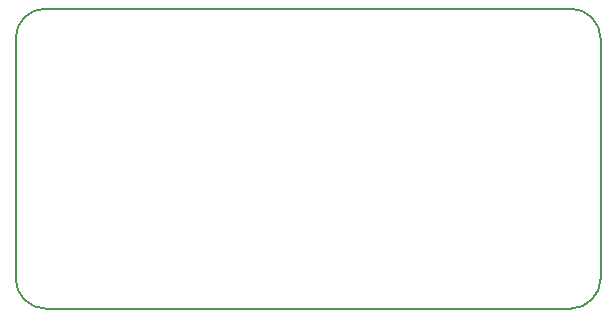
<source format=gbr>
G04 #@! TF.GenerationSoftware,KiCad,Pcbnew,(5.0.2)-1*
G04 #@! TF.CreationDate,2020-01-31T21:18:02-08:00*
G04 #@! TF.ProjectId,Sienc2020,5369656e-6332-4303-9230-2e6b69636164,rev?*
G04 #@! TF.SameCoordinates,Original*
G04 #@! TF.FileFunction,Profile,NP*
%FSLAX46Y46*%
G04 Gerber Fmt 4.6, Leading zero omitted, Abs format (unit mm)*
G04 Created by KiCad (PCBNEW (5.0.2)-1) date 31-Jan-20 21:18:02*
%MOMM*%
%LPD*%
G01*
G04 APERTURE LIST*
%ADD10C,0.150000*%
G04 APERTURE END LIST*
D10*
X95250000Y-90170000D02*
X139700000Y-90170000D01*
X92710000Y-67310000D02*
X92710000Y-87630000D01*
X139700000Y-64770000D02*
X95250000Y-64770000D01*
X142240000Y-87630000D02*
X142240000Y-67310000D01*
X142240000Y-87630000D02*
G75*
G02X139700000Y-90170000I-2540000J0D01*
G01*
X95250000Y-90170000D02*
G75*
G02X92710000Y-87630000I0J2540000D01*
G01*
X92710000Y-67310000D02*
G75*
G02X95250000Y-64770000I2540000J0D01*
G01*
X139700000Y-64770000D02*
G75*
G02X142240000Y-67310000I0J-2540000D01*
G01*
M02*

</source>
